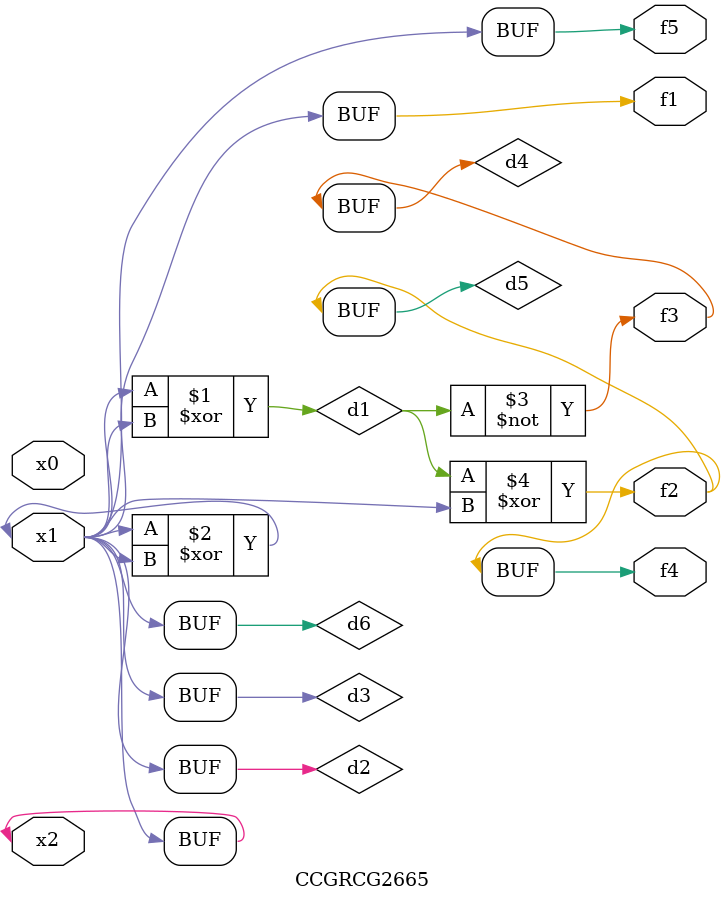
<source format=v>
module CCGRCG2665(
	input x0, x1, x2,
	output f1, f2, f3, f4, f5
);

	wire d1, d2, d3, d4, d5, d6;

	xor (d1, x1, x2);
	buf (d2, x1, x2);
	xor (d3, x1, x2);
	nor (d4, d1);
	xor (d5, d1, d2);
	buf (d6, d2, d3);
	assign f1 = d6;
	assign f2 = d5;
	assign f3 = d4;
	assign f4 = d5;
	assign f5 = d6;
endmodule

</source>
